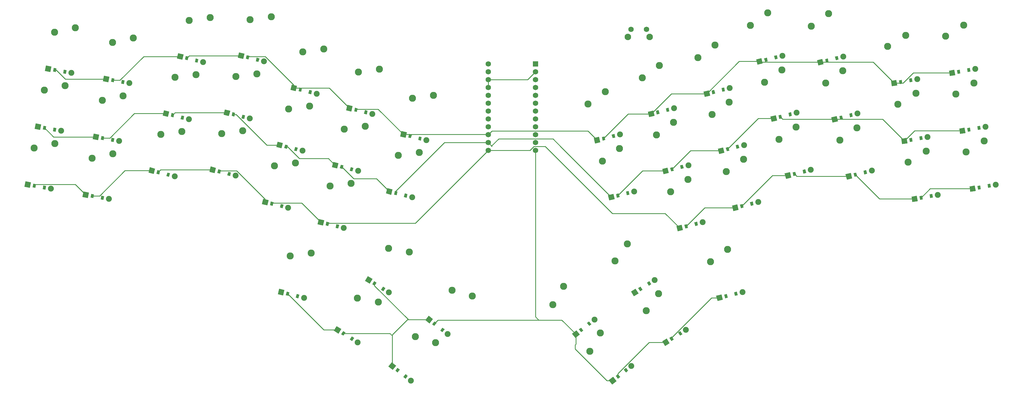
<source format=gbr>
%TF.GenerationSoftware,KiCad,Pcbnew,5.1.12-1.fc35*%
%TF.CreationDate,2022-02-21T17:57:33-08:00*%
%TF.ProjectId,jackalope_unibody,6a61636b-616c-46f7-9065-5f756e69626f,v1.0.0*%
%TF.SameCoordinates,Original*%
%TF.FileFunction,Copper,L2,Bot*%
%TF.FilePolarity,Positive*%
%FSLAX46Y46*%
G04 Gerber Fmt 4.6, Leading zero omitted, Abs format (unit mm)*
G04 Created by KiCad (PCBNEW 5.1.12-1.fc35) date 2022-02-21 17:57:33*
%MOMM*%
%LPD*%
G01*
G04 APERTURE LIST*
%TA.AperFunction,ComponentPad*%
%ADD10C,2.100000*%
%TD*%
%TA.AperFunction,ComponentPad*%
%ADD11C,1.750000*%
%TD*%
%TA.AperFunction,ComponentPad*%
%ADD12C,2.286000*%
%TD*%
%TA.AperFunction,SMDPad,CuDef*%
%ADD13C,0.100000*%
%TD*%
%TA.AperFunction,ComponentPad*%
%ADD14C,1.905000*%
%TD*%
%TA.AperFunction,ComponentPad*%
%ADD15C,0.100000*%
%TD*%
%TA.AperFunction,ComponentPad*%
%ADD16R,1.752600X1.752600*%
%TD*%
%TA.AperFunction,ComponentPad*%
%ADD17C,1.752600*%
%TD*%
%TA.AperFunction,Conductor*%
%ADD18C,0.250000*%
%TD*%
G04 APERTURE END LIST*
D10*
%TO.P,RESET,*%
%TO.N,*%
X188250000Y39010000D03*
D11*
%TO.P,RESET,1*%
%TO.N,GND*%
X189250000Y41500000D03*
%TO.P,RESET,2*%
%TO.N,RST*%
X194250000Y41500000D03*
D10*
%TO.P,RESET,*%
%TO.N,*%
X195260000Y39010000D03*
%TD*%
D12*
%TO.P,S1,1*%
%TO.N,outer_bottom*%
X3383544Y4561757D03*
%TO.P,S1,2*%
%TO.N,P1*%
X-3311051Y3163011D03*
%TD*%
%TA.AperFunction,SMDPad,CuDef*%
D13*
%TO.P,D1,2*%
%TO.N,outer_bottom*%
G36*
X-572077Y-10154936D02*
G01*
X-363700Y-8973167D01*
X522627Y-9129450D01*
X314250Y-10311219D01*
X-572077Y-10154936D01*
G37*
%TD.AperFunction*%
%TA.AperFunction,SMDPad,CuDef*%
%TO.P,D1,1*%
%TO.N,P9*%
G36*
X-3821943Y-9581898D02*
G01*
X-3613566Y-8400129D01*
X-2727239Y-8556412D01*
X-2935616Y-9738181D01*
X-3821943Y-9581898D01*
G37*
%TD.AperFunction*%
D14*
%TO.N,outer_bottom*%
X2102460Y-10017274D03*
%TA.AperFunction,ComponentPad*%
D15*
%TO.P,D1,2*%
%TO.N,P9*%
G36*
X-6431643Y-9415195D02*
G01*
X-6122897Y-7664207D01*
X-4371909Y-7972953D01*
X-4680655Y-9723941D01*
X-6431643Y-9415195D01*
G37*
%TD.AperFunction*%
%TD*%
D12*
%TO.P,S2,1*%
%TO.N,outer_home*%
X6682859Y23273104D03*
%TO.P,S2,2*%
%TO.N,P1*%
X-11736Y21874358D03*
%TD*%
%TA.AperFunction,SMDPad,CuDef*%
D13*
%TO.P,D2,2*%
%TO.N,outer_home*%
G36*
X2727239Y8556412D02*
G01*
X2935616Y9738181D01*
X3821943Y9581898D01*
X3613566Y8400129D01*
X2727239Y8556412D01*
G37*
%TD.AperFunction*%
%TA.AperFunction,SMDPad,CuDef*%
%TO.P,D2,1*%
%TO.N,P8*%
G36*
X-522627Y9129450D02*
G01*
X-314250Y10311219D01*
X572077Y10154936D01*
X363700Y8973167D01*
X-522627Y9129450D01*
G37*
%TD.AperFunction*%
D14*
%TO.N,outer_home*%
X5401776Y8694074D03*
%TA.AperFunction,ComponentPad*%
D15*
%TO.P,D2,2*%
%TO.N,P8*%
G36*
X-3132327Y9296153D02*
G01*
X-2823581Y11047141D01*
X-1072593Y10738395D01*
X-1381339Y8987407D01*
X-3132327Y9296153D01*
G37*
%TD.AperFunction*%
%TD*%
D12*
%TO.P,S3,1*%
%TO.N,outer_top*%
X9982175Y41984452D03*
%TO.P,S3,2*%
%TO.N,P1*%
X3287580Y40585706D03*
%TD*%
%TA.AperFunction,SMDPad,CuDef*%
D13*
%TO.P,D3,2*%
%TO.N,outer_top*%
G36*
X6026554Y27267759D02*
G01*
X6234931Y28449528D01*
X7121258Y28293245D01*
X6912881Y27111476D01*
X6026554Y27267759D01*
G37*
%TD.AperFunction*%
%TA.AperFunction,SMDPad,CuDef*%
%TO.P,D3,1*%
%TO.N,P7*%
G36*
X2776688Y27840797D02*
G01*
X2985065Y29022566D01*
X3871392Y28866283D01*
X3663015Y27684514D01*
X2776688Y27840797D01*
G37*
%TD.AperFunction*%
D14*
%TO.N,outer_top*%
X8701091Y27405421D03*
%TA.AperFunction,ComponentPad*%
D15*
%TO.P,D3,2*%
%TO.N,P7*%
G36*
X166988Y28007500D02*
G01*
X475734Y29758488D01*
X2226722Y29449742D01*
X1917976Y27698754D01*
X166988Y28007500D01*
G37*
%TD.AperFunction*%
%TD*%
D12*
%TO.P,S4,1*%
%TO.N,pinky_bottom*%
X22094891Y1262442D03*
%TO.P,S4,2*%
%TO.N,P0*%
X15400296Y-136304D03*
%TD*%
%TA.AperFunction,SMDPad,CuDef*%
D13*
%TO.P,D4,2*%
%TO.N,pinky_bottom*%
G36*
X18139271Y-13454251D02*
G01*
X18347648Y-12272482D01*
X19233975Y-12428765D01*
X19025598Y-13610534D01*
X18139271Y-13454251D01*
G37*
%TD.AperFunction*%
%TA.AperFunction,SMDPad,CuDef*%
%TO.P,D4,1*%
%TO.N,P9*%
G36*
X14889405Y-12881213D02*
G01*
X15097782Y-11699444D01*
X15984109Y-11855727D01*
X15775732Y-13037496D01*
X14889405Y-12881213D01*
G37*
%TD.AperFunction*%
D14*
%TO.N,pinky_bottom*%
X20813808Y-13316589D03*
%TA.AperFunction,ComponentPad*%
D15*
%TO.P,D4,2*%
%TO.N,P9*%
G36*
X12279705Y-12714510D02*
G01*
X12588451Y-10963522D01*
X14339439Y-11272268D01*
X14030693Y-13023256D01*
X12279705Y-12714510D01*
G37*
%TD.AperFunction*%
%TD*%
D12*
%TO.P,S5,1*%
%TO.N,pinky_home*%
X25394207Y19973789D03*
%TO.P,S5,2*%
%TO.N,P0*%
X18699612Y18575043D03*
%TD*%
%TA.AperFunction,SMDPad,CuDef*%
D13*
%TO.P,D5,2*%
%TO.N,pinky_home*%
G36*
X21438586Y5257096D02*
G01*
X21646963Y6438865D01*
X22533290Y6282582D01*
X22324913Y5100813D01*
X21438586Y5257096D01*
G37*
%TD.AperFunction*%
%TA.AperFunction,SMDPad,CuDef*%
%TO.P,D5,1*%
%TO.N,P8*%
G36*
X18188720Y5830134D02*
G01*
X18397097Y7011903D01*
X19283424Y6855620D01*
X19075047Y5673851D01*
X18188720Y5830134D01*
G37*
%TD.AperFunction*%
D14*
%TO.N,pinky_home*%
X24113123Y5394758D03*
%TA.AperFunction,ComponentPad*%
D15*
%TO.P,D5,2*%
%TO.N,P8*%
G36*
X15579020Y5996837D02*
G01*
X15887766Y7747825D01*
X17638754Y7439079D01*
X17330008Y5688091D01*
X15579020Y5996837D01*
G37*
%TD.AperFunction*%
%TD*%
D12*
%TO.P,S6,1*%
%TO.N,pinky_top*%
X28693522Y38685136D03*
%TO.P,S6,2*%
%TO.N,P0*%
X21998927Y37286390D03*
%TD*%
%TA.AperFunction,SMDPad,CuDef*%
D13*
%TO.P,D6,2*%
%TO.N,pinky_top*%
G36*
X24737901Y23968444D02*
G01*
X24946278Y25150213D01*
X25832605Y24993930D01*
X25624228Y23812161D01*
X24737901Y23968444D01*
G37*
%TD.AperFunction*%
%TA.AperFunction,SMDPad,CuDef*%
%TO.P,D6,1*%
%TO.N,P7*%
G36*
X21488035Y24541482D02*
G01*
X21696412Y25723251D01*
X22582739Y25566968D01*
X22374362Y24385199D01*
X21488035Y24541482D01*
G37*
%TD.AperFunction*%
D14*
%TO.N,pinky_top*%
X27412438Y24106106D03*
%TA.AperFunction,ComponentPad*%
D15*
%TO.P,D6,2*%
%TO.N,P7*%
G36*
X18878335Y24708185D02*
G01*
X19187081Y26459173D01*
X20938069Y26150427D01*
X20629323Y24399439D01*
X18878335Y24708185D01*
G37*
%TD.AperFunction*%
%TD*%
D12*
%TO.P,S7,1*%
%TO.N,ring_bottom*%
X44323043Y8438670D03*
%TO.P,S7,2*%
%TO.N,P2*%
X37547184Y7510323D03*
%TD*%
%TA.AperFunction,SMDPad,CuDef*%
D13*
%TO.P,D7,2*%
%TO.N,ring_bottom*%
G36*
X39350473Y-5966244D02*
G01*
X39640779Y-4801889D01*
X40514045Y-5019618D01*
X40223739Y-6183973D01*
X39350473Y-5966244D01*
G37*
%TD.AperFunction*%
%TA.AperFunction,SMDPad,CuDef*%
%TO.P,D7,1*%
%TO.N,P9*%
G36*
X36148497Y-5167902D02*
G01*
X36438803Y-4003547D01*
X37312069Y-4221276D01*
X37021763Y-5385631D01*
X36148497Y-5167902D01*
G37*
%TD.AperFunction*%
D14*
%TO.N,ring_bottom*%
X42028098Y-6015482D03*
%TA.AperFunction,ComponentPad*%
D15*
%TO.P,D7,2*%
%TO.N,P9*%
G36*
X33556783Y-4819562D02*
G01*
X33986920Y-3094377D01*
X35712105Y-3524514D01*
X35281968Y-5249699D01*
X33556783Y-4819562D01*
G37*
%TD.AperFunction*%
%TD*%
D12*
%TO.P,S8,1*%
%TO.N,ring_home*%
X48919559Y26874289D03*
%TO.P,S8,2*%
%TO.N,P2*%
X42143700Y25945942D03*
%TD*%
%TA.AperFunction,SMDPad,CuDef*%
D13*
%TO.P,D8,2*%
%TO.N,ring_home*%
G36*
X43946989Y12469375D02*
G01*
X44237295Y13633730D01*
X45110561Y13416001D01*
X44820255Y12251646D01*
X43946989Y12469375D01*
G37*
%TD.AperFunction*%
%TA.AperFunction,SMDPad,CuDef*%
%TO.P,D8,1*%
%TO.N,P8*%
G36*
X40745013Y13267717D02*
G01*
X41035319Y14432072D01*
X41908585Y14214343D01*
X41618279Y13049988D01*
X40745013Y13267717D01*
G37*
%TD.AperFunction*%
D14*
%TO.N,ring_home*%
X46624614Y12420137D03*
%TA.AperFunction,ComponentPad*%
D15*
%TO.P,D8,2*%
%TO.N,P8*%
G36*
X38153299Y13616057D02*
G01*
X38583436Y15341242D01*
X40308621Y14911105D01*
X39878484Y13185920D01*
X38153299Y13616057D01*
G37*
%TD.AperFunction*%
%TD*%
D12*
%TO.P,S9,1*%
%TO.N,ring_top*%
X53516075Y45309908D03*
%TO.P,S9,2*%
%TO.N,P2*%
X46740216Y44381561D03*
%TD*%
%TA.AperFunction,SMDPad,CuDef*%
D13*
%TO.P,D9,2*%
%TO.N,ring_top*%
G36*
X48543505Y30904993D02*
G01*
X48833811Y32069348D01*
X49707077Y31851619D01*
X49416771Y30687264D01*
X48543505Y30904993D01*
G37*
%TD.AperFunction*%
%TA.AperFunction,SMDPad,CuDef*%
%TO.P,D9,1*%
%TO.N,P7*%
G36*
X45341529Y31703335D02*
G01*
X45631835Y32867690D01*
X46505101Y32649961D01*
X46214795Y31485606D01*
X45341529Y31703335D01*
G37*
%TD.AperFunction*%
D14*
%TO.N,ring_top*%
X51221130Y30855755D03*
%TA.AperFunction,ComponentPad*%
D15*
%TO.P,D9,2*%
%TO.N,P7*%
G36*
X42749815Y32051675D02*
G01*
X43179952Y33776860D01*
X44905137Y33346723D01*
X44475000Y31621538D01*
X42749815Y32051675D01*
G37*
%TD.AperFunction*%
%TD*%
D12*
%TO.P,S10,1*%
%TO.N,middle_bottom*%
X63968271Y8693633D03*
%TO.P,S10,2*%
%TO.N,P3*%
X57192412Y7765286D03*
%TD*%
%TA.AperFunction,SMDPad,CuDef*%
D13*
%TO.P,D10,2*%
%TO.N,middle_bottom*%
G36*
X58995701Y-5711282D02*
G01*
X59286007Y-4546927D01*
X60159273Y-4764656D01*
X59868967Y-5929011D01*
X58995701Y-5711282D01*
G37*
%TD.AperFunction*%
%TA.AperFunction,SMDPad,CuDef*%
%TO.P,D10,1*%
%TO.N,P9*%
G36*
X55793725Y-4912940D02*
G01*
X56084031Y-3748585D01*
X56957297Y-3966314D01*
X56666991Y-5130669D01*
X55793725Y-4912940D01*
G37*
%TD.AperFunction*%
D14*
%TO.N,middle_bottom*%
X61673326Y-5760520D03*
%TA.AperFunction,ComponentPad*%
D15*
%TO.P,D10,2*%
%TO.N,P9*%
G36*
X53202011Y-4564600D02*
G01*
X53632148Y-2839415D01*
X55357333Y-3269552D01*
X54927196Y-4994737D01*
X53202011Y-4564600D01*
G37*
%TD.AperFunction*%
%TD*%
D12*
%TO.P,S11,1*%
%TO.N,middle_home*%
X68564787Y27129252D03*
%TO.P,S11,2*%
%TO.N,P3*%
X61788928Y26200905D03*
%TD*%
%TA.AperFunction,SMDPad,CuDef*%
D13*
%TO.P,D11,2*%
%TO.N,middle_home*%
G36*
X63592217Y12724337D02*
G01*
X63882523Y13888692D01*
X64755789Y13670963D01*
X64465483Y12506608D01*
X63592217Y12724337D01*
G37*
%TD.AperFunction*%
%TA.AperFunction,SMDPad,CuDef*%
%TO.P,D11,1*%
%TO.N,P8*%
G36*
X60390241Y13522679D02*
G01*
X60680547Y14687034D01*
X61553813Y14469305D01*
X61263507Y13304950D01*
X60390241Y13522679D01*
G37*
%TD.AperFunction*%
D14*
%TO.N,middle_home*%
X66269842Y12675099D03*
%TA.AperFunction,ComponentPad*%
D15*
%TO.P,D11,2*%
%TO.N,P8*%
G36*
X57798527Y13871019D02*
G01*
X58228664Y15596204D01*
X59953849Y15166067D01*
X59523712Y13440882D01*
X57798527Y13871019D01*
G37*
%TD.AperFunction*%
%TD*%
D12*
%TO.P,S12,1*%
%TO.N,middle_top*%
X73161303Y45564870D03*
%TO.P,S12,2*%
%TO.N,P3*%
X66385444Y44636523D03*
%TD*%
%TA.AperFunction,SMDPad,CuDef*%
D13*
%TO.P,D12,2*%
%TO.N,middle_top*%
G36*
X68188733Y31159956D02*
G01*
X68479039Y32324311D01*
X69352305Y32106582D01*
X69061999Y30942227D01*
X68188733Y31159956D01*
G37*
%TD.AperFunction*%
%TA.AperFunction,SMDPad,CuDef*%
%TO.P,D12,1*%
%TO.N,P7*%
G36*
X64986757Y31958298D02*
G01*
X65277063Y33122653D01*
X66150329Y32904924D01*
X65860023Y31740569D01*
X64986757Y31958298D01*
G37*
%TD.AperFunction*%
D14*
%TO.N,middle_top*%
X70866358Y31110718D03*
%TA.AperFunction,ComponentPad*%
D15*
%TO.P,D12,2*%
%TO.N,P7*%
G36*
X62395043Y32306638D02*
G01*
X62825180Y34031823D01*
X64550365Y33601686D01*
X64120228Y31876501D01*
X62395043Y32306638D01*
G37*
%TD.AperFunction*%
%TD*%
D12*
%TO.P,S13,1*%
%TO.N,index_bottom*%
X80952359Y-1724658D03*
%TO.P,S13,2*%
%TO.N,P4*%
X74176500Y-2653005D03*
%TD*%
%TA.AperFunction,SMDPad,CuDef*%
D13*
%TO.P,D13,2*%
%TO.N,index_bottom*%
G36*
X75979789Y-16129572D02*
G01*
X76270095Y-14965217D01*
X77143361Y-15182946D01*
X76853055Y-16347301D01*
X75979789Y-16129572D01*
G37*
%TD.AperFunction*%
%TA.AperFunction,SMDPad,CuDef*%
%TO.P,D13,1*%
%TO.N,P9*%
G36*
X72777813Y-15331230D02*
G01*
X73068119Y-14166875D01*
X73941385Y-14384604D01*
X73651079Y-15548959D01*
X72777813Y-15331230D01*
G37*
%TD.AperFunction*%
D14*
%TO.N,index_bottom*%
X78657414Y-16178810D03*
%TA.AperFunction,ComponentPad*%
D15*
%TO.P,D13,2*%
%TO.N,P9*%
G36*
X70186099Y-14982890D02*
G01*
X70616236Y-13257705D01*
X72341421Y-13687842D01*
X71911284Y-15413027D01*
X70186099Y-14982890D01*
G37*
%TD.AperFunction*%
%TD*%
D12*
%TO.P,S14,1*%
%TO.N,index_home*%
X85548875Y16710961D03*
%TO.P,S14,2*%
%TO.N,P4*%
X78773016Y15782614D03*
%TD*%
%TA.AperFunction,SMDPad,CuDef*%
D13*
%TO.P,D14,2*%
%TO.N,index_home*%
G36*
X80576305Y2306047D02*
G01*
X80866611Y3470402D01*
X81739877Y3252673D01*
X81449571Y2088318D01*
X80576305Y2306047D01*
G37*
%TD.AperFunction*%
%TA.AperFunction,SMDPad,CuDef*%
%TO.P,D14,1*%
%TO.N,P8*%
G36*
X77374329Y3104389D02*
G01*
X77664635Y4268744D01*
X78537901Y4051015D01*
X78247595Y2886660D01*
X77374329Y3104389D01*
G37*
%TD.AperFunction*%
D14*
%TO.N,index_home*%
X83253930Y2256809D03*
%TA.AperFunction,ComponentPad*%
D15*
%TO.P,D14,2*%
%TO.N,P8*%
G36*
X74782615Y3452729D02*
G01*
X75212752Y5177914D01*
X76937937Y4747777D01*
X76507800Y3022592D01*
X74782615Y3452729D01*
G37*
%TD.AperFunction*%
%TD*%
D12*
%TO.P,S15,1*%
%TO.N,index_top*%
X90145391Y35146580D03*
%TO.P,S15,2*%
%TO.N,P4*%
X83369532Y34218233D03*
%TD*%
%TA.AperFunction,SMDPad,CuDef*%
D13*
%TO.P,D15,2*%
%TO.N,index_top*%
G36*
X85172821Y20741666D02*
G01*
X85463127Y21906021D01*
X86336393Y21688292D01*
X86046087Y20523937D01*
X85172821Y20741666D01*
G37*
%TD.AperFunction*%
%TA.AperFunction,SMDPad,CuDef*%
%TO.P,D15,1*%
%TO.N,P7*%
G36*
X81970845Y21540008D02*
G01*
X82261151Y22704363D01*
X83134417Y22486634D01*
X82844111Y21322279D01*
X81970845Y21540008D01*
G37*
%TD.AperFunction*%
D14*
%TO.N,index_top*%
X87850446Y20692428D03*
%TA.AperFunction,ComponentPad*%
D15*
%TO.P,D15,2*%
%TO.N,P7*%
G36*
X79379131Y21888348D02*
G01*
X79809268Y23613533D01*
X81534453Y23183396D01*
X81104316Y21458211D01*
X79379131Y21888348D01*
G37*
%TD.AperFunction*%
%TD*%
D12*
%TO.P,S16,1*%
%TO.N,inner_bottom*%
X98904134Y-8261765D03*
%TO.P,S16,2*%
%TO.N,P5*%
X92128275Y-9190112D03*
%TD*%
%TA.AperFunction,SMDPad,CuDef*%
D13*
%TO.P,D16,2*%
%TO.N,inner_bottom*%
G36*
X93931564Y-22666680D02*
G01*
X94221870Y-21502325D01*
X95095136Y-21720054D01*
X94804830Y-22884409D01*
X93931564Y-22666680D01*
G37*
%TD.AperFunction*%
%TA.AperFunction,SMDPad,CuDef*%
%TO.P,D16,1*%
%TO.N,P9*%
G36*
X90729588Y-21868338D02*
G01*
X91019894Y-20703983D01*
X91893160Y-20921712D01*
X91602854Y-22086067D01*
X90729588Y-21868338D01*
G37*
%TD.AperFunction*%
D14*
%TO.N,inner_bottom*%
X96609189Y-22715918D03*
%TA.AperFunction,ComponentPad*%
D15*
%TO.P,D16,2*%
%TO.N,P9*%
G36*
X88137874Y-21519998D02*
G01*
X88568011Y-19794813D01*
X90293196Y-20224950D01*
X89863059Y-21950135D01*
X88137874Y-21519998D01*
G37*
%TD.AperFunction*%
%TD*%
D12*
%TO.P,S17,1*%
%TO.N,inner_home*%
X103500650Y10173854D03*
%TO.P,S17,2*%
%TO.N,P5*%
X96724791Y9245507D03*
%TD*%
%TA.AperFunction,SMDPad,CuDef*%
D13*
%TO.P,D17,2*%
%TO.N,inner_home*%
G36*
X98528080Y-4231061D02*
G01*
X98818386Y-3066706D01*
X99691652Y-3284435D01*
X99401346Y-4448790D01*
X98528080Y-4231061D01*
G37*
%TD.AperFunction*%
%TA.AperFunction,SMDPad,CuDef*%
%TO.P,D17,1*%
%TO.N,P8*%
G36*
X95326104Y-3432719D02*
G01*
X95616410Y-2268364D01*
X96489676Y-2486093D01*
X96199370Y-3650448D01*
X95326104Y-3432719D01*
G37*
%TD.AperFunction*%
D14*
%TO.N,inner_home*%
X101205705Y-4280299D03*
%TA.AperFunction,ComponentPad*%
D15*
%TO.P,D17,2*%
%TO.N,P8*%
G36*
X92734390Y-3084379D02*
G01*
X93164527Y-1359194D01*
X94889712Y-1789331D01*
X94459575Y-3514516D01*
X92734390Y-3084379D01*
G37*
%TD.AperFunction*%
%TD*%
D12*
%TO.P,S18,1*%
%TO.N,inner_top*%
X108097166Y28609473D03*
%TO.P,S18,2*%
%TO.N,P5*%
X101321307Y27681126D03*
%TD*%
%TA.AperFunction,SMDPad,CuDef*%
D13*
%TO.P,D18,2*%
%TO.N,inner_top*%
G36*
X103124596Y14204558D02*
G01*
X103414902Y15368913D01*
X104288168Y15151184D01*
X103997862Y13986829D01*
X103124596Y14204558D01*
G37*
%TD.AperFunction*%
%TA.AperFunction,SMDPad,CuDef*%
%TO.P,D18,1*%
%TO.N,P7*%
G36*
X99922620Y15002900D02*
G01*
X100212926Y16167255D01*
X101086192Y15949526D01*
X100795886Y14785171D01*
X99922620Y15002900D01*
G37*
%TD.AperFunction*%
D14*
%TO.N,inner_top*%
X105802221Y14155320D03*
%TA.AperFunction,ComponentPad*%
D15*
%TO.P,D18,2*%
%TO.N,P7*%
G36*
X97330906Y15351240D02*
G01*
X97761043Y17076425D01*
X99486228Y16646288D01*
X99056091Y14921103D01*
X97330906Y15351240D01*
G37*
%TD.AperFunction*%
%TD*%
D12*
%TO.P,S19,1*%
%TO.N,macro_home*%
X120968581Y1696155D03*
%TO.P,S19,2*%
%TO.N,P6*%
X114192722Y767808D03*
%TD*%
%TA.AperFunction,SMDPad,CuDef*%
D13*
%TO.P,D19,2*%
%TO.N,macro_home*%
G36*
X115996011Y-12708760D02*
G01*
X116286317Y-11544405D01*
X117159583Y-11762134D01*
X116869277Y-12926489D01*
X115996011Y-12708760D01*
G37*
%TD.AperFunction*%
%TA.AperFunction,SMDPad,CuDef*%
%TO.P,D19,1*%
%TO.N,P8*%
G36*
X112794035Y-11910418D02*
G01*
X113084341Y-10746063D01*
X113957607Y-10963792D01*
X113667301Y-12128147D01*
X112794035Y-11910418D01*
G37*
%TD.AperFunction*%
D14*
%TO.N,macro_home*%
X118673636Y-12757998D03*
%TA.AperFunction,ComponentPad*%
D15*
%TO.P,D19,2*%
%TO.N,P8*%
G36*
X110202321Y-11562078D02*
G01*
X110632458Y-9836893D01*
X112357643Y-10267030D01*
X111927506Y-11992215D01*
X110202321Y-11562078D01*
G37*
%TD.AperFunction*%
%TD*%
D12*
%TO.P,S20,1*%
%TO.N,macro_top*%
X125565097Y20131774D03*
%TO.P,S20,2*%
%TO.N,P6*%
X118789238Y19203427D03*
%TD*%
%TA.AperFunction,SMDPad,CuDef*%
D13*
%TO.P,D20,2*%
%TO.N,macro_top*%
G36*
X120592527Y5726859D02*
G01*
X120882833Y6891214D01*
X121756099Y6673485D01*
X121465793Y5509130D01*
X120592527Y5726859D01*
G37*
%TD.AperFunction*%
%TA.AperFunction,SMDPad,CuDef*%
%TO.P,D20,1*%
%TO.N,P7*%
G36*
X117390551Y6525201D02*
G01*
X117680857Y7689556D01*
X118554123Y7471827D01*
X118263817Y6307472D01*
X117390551Y6525201D01*
G37*
%TD.AperFunction*%
D14*
%TO.N,macro_top*%
X123270152Y5677621D03*
%TA.AperFunction,ComponentPad*%
D15*
%TO.P,D20,2*%
%TO.N,P7*%
G36*
X114798837Y6873541D02*
G01*
X115228974Y8598726D01*
X116954159Y8168589D01*
X116524022Y6443404D01*
X114798837Y6873541D01*
G37*
%TD.AperFunction*%
%TD*%
D12*
%TO.P,S21,1*%
%TO.N,inner_upper*%
X86064016Y-30825705D03*
%TO.P,S21,2*%
%TO.N,P2*%
X79288157Y-31754052D03*
%TD*%
%TA.AperFunction,SMDPad,CuDef*%
D13*
%TO.P,D21,2*%
%TO.N,inner_upper*%
G36*
X81091446Y-45230619D02*
G01*
X81381752Y-44066264D01*
X82255018Y-44283993D01*
X81964712Y-45448348D01*
X81091446Y-45230619D01*
G37*
%TD.AperFunction*%
%TA.AperFunction,SMDPad,CuDef*%
%TO.P,D21,1*%
%TO.N,P10*%
G36*
X77889470Y-44432277D02*
G01*
X78179776Y-43267922D01*
X79053042Y-43485651D01*
X78762736Y-44650006D01*
X77889470Y-44432277D01*
G37*
%TD.AperFunction*%
D14*
%TO.N,inner_upper*%
X83769071Y-45279857D03*
%TA.AperFunction,ComponentPad*%
D15*
%TO.P,D21,2*%
%TO.N,P10*%
G36*
X75297756Y-44083937D02*
G01*
X75727893Y-42358752D01*
X77453078Y-42788889D01*
X77022941Y-44514074D01*
X75297756Y-44083937D01*
G37*
%TD.AperFunction*%
%TD*%
D12*
%TO.P,S22,1*%
%TO.N,home_upper*%
X117774981Y-30521791D03*
%TO.P,S22,2*%
%TO.N,P3*%
X111043881Y-29310845D03*
%TD*%
%TA.AperFunction,SMDPad,CuDef*%
D13*
%TO.P,D22,2*%
%TO.N,home_upper*%
G36*
X108594422Y-42685069D02*
G01*
X109230325Y-41667411D01*
X109993568Y-42144339D01*
X109357665Y-43161997D01*
X108594422Y-42685069D01*
G37*
%TD.AperFunction*%
%TA.AperFunction,SMDPad,CuDef*%
%TO.P,D22,1*%
%TO.N,P10*%
G36*
X105795864Y-40936335D02*
G01*
X106431767Y-39918677D01*
X107195010Y-40395605D01*
X106559107Y-41413263D01*
X105795864Y-40936335D01*
G37*
%TD.AperFunction*%
D14*
%TO.N,home_upper*%
X111125779Y-43559329D03*
%TA.AperFunction,ComponentPad*%
D15*
%TO.P,D22,2*%
%TO.N,P10*%
G36*
X103438640Y-39804162D02*
G01*
X104380836Y-38296332D01*
X105888666Y-39238528D01*
X104946470Y-40746358D01*
X103438640Y-39804162D01*
G37*
%TD.AperFunction*%
%TD*%
D12*
%TO.P,S23,1*%
%TO.N,outer_upper*%
X138093304Y-44743156D03*
%TO.P,S23,2*%
%TO.N,P5*%
X131525655Y-42835252D03*
%TD*%
%TA.AperFunction,SMDPad,CuDef*%
D13*
%TO.P,D23,2*%
%TO.N,outer_upper*%
G36*
X127691628Y-55880172D02*
G01*
X128430422Y-54934559D01*
X129139632Y-55488654D01*
X128400838Y-56434267D01*
X127691628Y-55880172D01*
G37*
%TD.AperFunction*%
%TA.AperFunction,SMDPad,CuDef*%
%TO.P,D23,1*%
%TO.N,P10*%
G36*
X125091192Y-53848490D02*
G01*
X125829986Y-52902877D01*
X126539196Y-53456972D01*
X125800402Y-54402585D01*
X125091192Y-53848490D01*
G37*
%TD.AperFunction*%
D14*
%TO.N,outer_upper*%
X130117733Y-57014242D03*
%TA.AperFunction,ComponentPad*%
D15*
%TO.P,D23,2*%
%TO.N,P10*%
G36*
X122865226Y-52476121D02*
G01*
X123959872Y-51075037D01*
X125360956Y-52169683D01*
X124266310Y-53570767D01*
X122865226Y-52476121D01*
G37*
%TD.AperFunction*%
%TD*%
D12*
%TO.P,S24,1*%
%TO.N,home_lower*%
X107706515Y-46634705D03*
%TO.P,S24,2*%
%TO.N,P4*%
X100975415Y-45423759D03*
%TD*%
%TA.AperFunction,SMDPad,CuDef*%
D13*
%TO.P,D24,2*%
%TO.N,home_lower*%
G36*
X98525956Y-58797983D02*
G01*
X99161859Y-57780325D01*
X99925102Y-58257253D01*
X99289199Y-59274911D01*
X98525956Y-58797983D01*
G37*
%TD.AperFunction*%
%TA.AperFunction,SMDPad,CuDef*%
%TO.P,D24,1*%
%TO.N,P10*%
G36*
X95727398Y-57049249D02*
G01*
X96363301Y-56031591D01*
X97126544Y-56508519D01*
X96490641Y-57526177D01*
X95727398Y-57049249D01*
G37*
%TD.AperFunction*%
D14*
%TO.N,home_lower*%
X101057313Y-59672243D03*
%TA.AperFunction,ComponentPad*%
D15*
%TO.P,D24,2*%
%TO.N,P10*%
G36*
X93370174Y-55917076D02*
G01*
X94312370Y-54409246D01*
X95820200Y-55351442D01*
X94878004Y-56859272D01*
X93370174Y-55917076D01*
G37*
%TD.AperFunction*%
%TD*%
D12*
%TO.P,S25,1*%
%TO.N,outer_lower*%
X126211938Y-59773151D03*
%TO.P,S25,2*%
%TO.N,P6*%
X119644289Y-57865247D03*
%TD*%
%TA.AperFunction,SMDPad,CuDef*%
D13*
%TO.P,D25,2*%
%TO.N,outer_lower*%
G36*
X115810262Y-70910168D02*
G01*
X116549056Y-69964555D01*
X117258266Y-70518650D01*
X116519472Y-71464263D01*
X115810262Y-70910168D01*
G37*
%TD.AperFunction*%
%TA.AperFunction,SMDPad,CuDef*%
%TO.P,D25,1*%
%TO.N,P10*%
G36*
X113209826Y-68878486D02*
G01*
X113948620Y-67932873D01*
X114657830Y-68486968D01*
X113919036Y-69432581D01*
X113209826Y-68878486D01*
G37*
%TD.AperFunction*%
D14*
%TO.N,outer_lower*%
X118236367Y-72044238D03*
%TA.AperFunction,ComponentPad*%
D15*
%TO.P,D25,2*%
%TO.N,P10*%
G36*
X110983860Y-67506117D02*
G01*
X112078506Y-66105033D01*
X113479590Y-67199679D01*
X112384944Y-68600763D01*
X110983860Y-67506117D01*
G37*
%TD.AperFunction*%
%TD*%
D12*
%TO.P,S26,1*%
%TO.N,mirror_outer_bottom*%
X303217910Y5443890D03*
%TO.P,S26,2*%
%TO.N,P21*%
X297405447Y1839812D03*
%TD*%
%TA.AperFunction,SMDPad,CuDef*%
D13*
%TO.P,D26,2*%
%TO.N,mirror_outer_bottom*%
G36*
X304534247Y-9738181D02*
G01*
X304325870Y-8556412D01*
X305212197Y-8400129D01*
X305420574Y-9581898D01*
X304534247Y-9738181D01*
G37*
%TD.AperFunction*%
%TA.AperFunction,SMDPad,CuDef*%
%TO.P,D26,1*%
%TO.N,P9*%
G36*
X301284381Y-10311219D02*
G01*
X301076004Y-9129450D01*
X301962331Y-8973167D01*
X302170708Y-10154936D01*
X301284381Y-10311219D01*
G37*
%TD.AperFunction*%
D14*
%TO.N,mirror_outer_bottom*%
X307000407Y-8694074D03*
%TA.AperFunction,ComponentPad*%
D15*
%TO.P,D26,2*%
%TO.N,P9*%
G36*
X298775050Y-11047141D02*
G01*
X298466304Y-9296153D01*
X300217292Y-8987407D01*
X300526038Y-10738395D01*
X298775050Y-11047141D01*
G37*
%TD.AperFunction*%
%TD*%
D12*
%TO.P,S27,1*%
%TO.N,mirror_outer_home*%
X299918594Y24155237D03*
%TO.P,S27,2*%
%TO.N,P21*%
X294106131Y20551159D03*
%TD*%
%TA.AperFunction,SMDPad,CuDef*%
D13*
%TO.P,D27,2*%
%TO.N,mirror_outer_home*%
G36*
X301234931Y8973167D02*
G01*
X301026554Y10154936D01*
X301912881Y10311219D01*
X302121258Y9129450D01*
X301234931Y8973167D01*
G37*
%TD.AperFunction*%
%TA.AperFunction,SMDPad,CuDef*%
%TO.P,D27,1*%
%TO.N,P8*%
G36*
X297985065Y8400129D02*
G01*
X297776688Y9581898D01*
X298663015Y9738181D01*
X298871392Y8556412D01*
X297985065Y8400129D01*
G37*
%TD.AperFunction*%
D14*
%TO.N,mirror_outer_home*%
X303701091Y10017274D03*
%TA.AperFunction,ComponentPad*%
D15*
%TO.P,D27,2*%
%TO.N,P8*%
G36*
X295475734Y7664207D02*
G01*
X295166988Y9415195D01*
X296917976Y9723941D01*
X297226722Y7972953D01*
X295475734Y7664207D01*
G37*
%TD.AperFunction*%
%TD*%
D12*
%TO.P,S28,1*%
%TO.N,mirror_outer_top*%
X296619279Y42866585D03*
%TO.P,S28,2*%
%TO.N,P21*%
X290806816Y39262507D03*
%TD*%
%TA.AperFunction,SMDPad,CuDef*%
D13*
%TO.P,D28,2*%
%TO.N,mirror_outer_top*%
G36*
X297935616Y27684514D02*
G01*
X297727239Y28866283D01*
X298613566Y29022566D01*
X298821943Y27840797D01*
X297935616Y27684514D01*
G37*
%TD.AperFunction*%
%TA.AperFunction,SMDPad,CuDef*%
%TO.P,D28,1*%
%TO.N,P7*%
G36*
X294685750Y27111476D02*
G01*
X294477373Y28293245D01*
X295363700Y28449528D01*
X295572077Y27267759D01*
X294685750Y27111476D01*
G37*
%TD.AperFunction*%
D14*
%TO.N,mirror_outer_top*%
X300401776Y28728621D03*
%TA.AperFunction,ComponentPad*%
D15*
%TO.P,D28,2*%
%TO.N,P7*%
G36*
X292176419Y26375554D02*
G01*
X291867673Y28126542D01*
X293618661Y28435288D01*
X293927407Y26684300D01*
X292176419Y26375554D01*
G37*
%TD.AperFunction*%
%TD*%
D12*
%TO.P,S29,1*%
%TO.N,mirror_pinky_bottom*%
X284506563Y2144575D03*
%TO.P,S29,2*%
%TO.N,P20*%
X278694100Y-1459503D03*
%TD*%
%TA.AperFunction,SMDPad,CuDef*%
D13*
%TO.P,D29,2*%
%TO.N,mirror_pinky_bottom*%
G36*
X285822899Y-13037496D02*
G01*
X285614522Y-11855727D01*
X286500849Y-11699444D01*
X286709226Y-12881213D01*
X285822899Y-13037496D01*
G37*
%TD.AperFunction*%
%TA.AperFunction,SMDPad,CuDef*%
%TO.P,D29,1*%
%TO.N,P9*%
G36*
X282573033Y-13610534D02*
G01*
X282364656Y-12428765D01*
X283250983Y-12272482D01*
X283459360Y-13454251D01*
X282573033Y-13610534D01*
G37*
%TD.AperFunction*%
D14*
%TO.N,mirror_pinky_bottom*%
X288289059Y-11993389D03*
%TA.AperFunction,ComponentPad*%
D15*
%TO.P,D29,2*%
%TO.N,P9*%
G36*
X280063702Y-14346456D02*
G01*
X279754956Y-12595468D01*
X281505944Y-12286722D01*
X281814690Y-14037710D01*
X280063702Y-14346456D01*
G37*
%TD.AperFunction*%
%TD*%
D12*
%TO.P,S30,1*%
%TO.N,mirror_pinky_home*%
X281207247Y20855922D03*
%TO.P,S30,2*%
%TO.N,P20*%
X275394784Y17251844D03*
%TD*%
%TA.AperFunction,SMDPad,CuDef*%
D13*
%TO.P,D30,2*%
%TO.N,mirror_pinky_home*%
G36*
X282523584Y5673851D02*
G01*
X282315207Y6855620D01*
X283201534Y7011903D01*
X283409911Y5830134D01*
X282523584Y5673851D01*
G37*
%TD.AperFunction*%
%TA.AperFunction,SMDPad,CuDef*%
%TO.P,D30,1*%
%TO.N,P8*%
G36*
X279273718Y5100813D02*
G01*
X279065341Y6282582D01*
X279951668Y6438865D01*
X280160045Y5257096D01*
X279273718Y5100813D01*
G37*
%TD.AperFunction*%
D14*
%TO.N,mirror_pinky_home*%
X284989744Y6717958D03*
%TA.AperFunction,ComponentPad*%
D15*
%TO.P,D30,2*%
%TO.N,P8*%
G36*
X276764387Y4364891D02*
G01*
X276455641Y6115879D01*
X278206629Y6424625D01*
X278515375Y4673637D01*
X276764387Y4364891D01*
G37*
%TD.AperFunction*%
%TD*%
D12*
%TO.P,S31,1*%
%TO.N,mirror_pinky_top*%
X277907932Y39567269D03*
%TO.P,S31,2*%
%TO.N,P20*%
X272095469Y35963191D03*
%TD*%
%TA.AperFunction,SMDPad,CuDef*%
D13*
%TO.P,D31,2*%
%TO.N,mirror_pinky_top*%
G36*
X279224269Y24385199D02*
G01*
X279015892Y25566968D01*
X279902219Y25723251D01*
X280110596Y24541482D01*
X279224269Y24385199D01*
G37*
%TD.AperFunction*%
%TA.AperFunction,SMDPad,CuDef*%
%TO.P,D31,1*%
%TO.N,P7*%
G36*
X275974403Y23812161D02*
G01*
X275766026Y24993930D01*
X276652353Y25150213D01*
X276860730Y23968444D01*
X275974403Y23812161D01*
G37*
%TD.AperFunction*%
D14*
%TO.N,mirror_pinky_top*%
X281690429Y25429306D03*
%TA.AperFunction,ComponentPad*%
D15*
%TO.P,D31,2*%
%TO.N,P7*%
G36*
X273465072Y23076239D02*
G01*
X273156326Y24827227D01*
X274907314Y25135973D01*
X275216060Y23384985D01*
X273465072Y23076239D01*
G37*
%TD.AperFunction*%
%TD*%
D12*
%TO.P,S32,1*%
%TO.N,mirror_ring_bottom*%
X262204690Y9667633D03*
%TO.P,S32,2*%
%TO.N,P19*%
X256657794Y5666878D03*
%TD*%
%TA.AperFunction,SMDPad,CuDef*%
D13*
%TO.P,D32,2*%
%TO.N,mirror_ring_bottom*%
G36*
X264576868Y-5385631D02*
G01*
X264286562Y-4221276D01*
X265159828Y-4003547D01*
X265450134Y-5167902D01*
X264576868Y-5385631D01*
G37*
%TD.AperFunction*%
%TA.AperFunction,SMDPad,CuDef*%
%TO.P,D32,1*%
%TO.N,P9*%
G36*
X261374892Y-6183973D02*
G01*
X261084586Y-5019618D01*
X261957852Y-4801889D01*
X262248158Y-5966244D01*
X261374892Y-6183973D01*
G37*
%TD.AperFunction*%
D14*
%TO.N,mirror_ring_bottom*%
X266964187Y-4172038D03*
%TA.AperFunction,ComponentPad*%
D15*
%TO.P,D32,2*%
%TO.N,P9*%
G36*
X258923009Y-7093143D02*
G01*
X258492872Y-5367958D01*
X260218057Y-4937821D01*
X260648194Y-6663006D01*
X258923009Y-7093143D01*
G37*
%TD.AperFunction*%
%TD*%
D12*
%TO.P,S33,1*%
%TO.N,mirror_ring_home*%
X257608174Y28103252D03*
%TO.P,S33,2*%
%TO.N,P19*%
X252061278Y24102497D03*
%TD*%
%TA.AperFunction,SMDPad,CuDef*%
D13*
%TO.P,D33,2*%
%TO.N,mirror_ring_home*%
G36*
X259980352Y13049988D02*
G01*
X259690046Y14214343D01*
X260563312Y14432072D01*
X260853618Y13267717D01*
X259980352Y13049988D01*
G37*
%TD.AperFunction*%
%TA.AperFunction,SMDPad,CuDef*%
%TO.P,D33,1*%
%TO.N,P8*%
G36*
X256778376Y12251646D02*
G01*
X256488070Y13416001D01*
X257361336Y13633730D01*
X257651642Y12469375D01*
X256778376Y12251646D01*
G37*
%TD.AperFunction*%
D14*
%TO.N,mirror_ring_home*%
X262367671Y14263581D03*
%TA.AperFunction,ComponentPad*%
D15*
%TO.P,D33,2*%
%TO.N,P8*%
G36*
X254326493Y11342476D02*
G01*
X253896356Y13067661D01*
X255621541Y13497798D01*
X256051678Y11772613D01*
X254326493Y11342476D01*
G37*
%TD.AperFunction*%
%TD*%
D12*
%TO.P,S34,1*%
%TO.N,mirror_ring_top*%
X253011658Y46538871D03*
%TO.P,S34,2*%
%TO.N,P19*%
X247464762Y42538116D03*
%TD*%
%TA.AperFunction,SMDPad,CuDef*%
D13*
%TO.P,D34,2*%
%TO.N,mirror_ring_top*%
G36*
X255383836Y31485606D02*
G01*
X255093530Y32649961D01*
X255966796Y32867690D01*
X256257102Y31703335D01*
X255383836Y31485606D01*
G37*
%TD.AperFunction*%
%TA.AperFunction,SMDPad,CuDef*%
%TO.P,D34,1*%
%TO.N,P7*%
G36*
X252181860Y30687264D02*
G01*
X251891554Y31851619D01*
X252764820Y32069348D01*
X253055126Y30904993D01*
X252181860Y30687264D01*
G37*
%TD.AperFunction*%
D14*
%TO.N,mirror_ring_top*%
X257771155Y32699199D03*
%TA.AperFunction,ComponentPad*%
D15*
%TO.P,D34,2*%
%TO.N,P7*%
G36*
X249729977Y29778094D02*
G01*
X249299840Y31503279D01*
X251025025Y31933416D01*
X251455162Y30208231D01*
X249729977Y29778094D01*
G37*
%TD.AperFunction*%
%TD*%
D12*
%TO.P,S35,1*%
%TO.N,mirror_middle_bottom*%
X242559461Y9922596D03*
%TO.P,S35,2*%
%TO.N,P18*%
X237012565Y5921841D03*
%TD*%
%TA.AperFunction,SMDPad,CuDef*%
D13*
%TO.P,D35,2*%
%TO.N,mirror_middle_bottom*%
G36*
X244931639Y-5130669D02*
G01*
X244641333Y-3966314D01*
X245514599Y-3748585D01*
X245804905Y-4912940D01*
X244931639Y-5130669D01*
G37*
%TD.AperFunction*%
%TA.AperFunction,SMDPad,CuDef*%
%TO.P,D35,1*%
%TO.N,P9*%
G36*
X241729663Y-5929011D02*
G01*
X241439357Y-4764656D01*
X242312623Y-4546927D01*
X242602929Y-5711282D01*
X241729663Y-5929011D01*
G37*
%TD.AperFunction*%
D14*
%TO.N,mirror_middle_bottom*%
X247318958Y-3917076D03*
%TA.AperFunction,ComponentPad*%
D15*
%TO.P,D35,2*%
%TO.N,P9*%
G36*
X239277780Y-6838181D02*
G01*
X238847643Y-5112996D01*
X240572828Y-4682859D01*
X241002965Y-6408044D01*
X239277780Y-6838181D01*
G37*
%TD.AperFunction*%
%TD*%
D12*
%TO.P,S36,1*%
%TO.N,mirror_middle_home*%
X237962945Y28358215D03*
%TO.P,S36,2*%
%TO.N,P18*%
X232416049Y24357460D03*
%TD*%
%TA.AperFunction,SMDPad,CuDef*%
D13*
%TO.P,D36,2*%
%TO.N,mirror_middle_home*%
G36*
X240335123Y13304950D02*
G01*
X240044817Y14469305D01*
X240918083Y14687034D01*
X241208389Y13522679D01*
X240335123Y13304950D01*
G37*
%TD.AperFunction*%
%TA.AperFunction,SMDPad,CuDef*%
%TO.P,D36,1*%
%TO.N,P8*%
G36*
X237133147Y12506608D02*
G01*
X236842841Y13670963D01*
X237716107Y13888692D01*
X238006413Y12724337D01*
X237133147Y12506608D01*
G37*
%TD.AperFunction*%
D14*
%TO.N,mirror_middle_home*%
X242722442Y14518543D03*
%TA.AperFunction,ComponentPad*%
D15*
%TO.P,D36,2*%
%TO.N,P8*%
G36*
X234681264Y11597438D02*
G01*
X234251127Y13322623D01*
X235976312Y13752760D01*
X236406449Y12027575D01*
X234681264Y11597438D01*
G37*
%TD.AperFunction*%
%TD*%
D12*
%TO.P,S37,1*%
%TO.N,mirror_middle_top*%
X233366429Y46793833D03*
%TO.P,S37,2*%
%TO.N,P18*%
X227819533Y42793078D03*
%TD*%
%TA.AperFunction,SMDPad,CuDef*%
D13*
%TO.P,D37,2*%
%TO.N,mirror_middle_top*%
G36*
X235738607Y31740569D02*
G01*
X235448301Y32904924D01*
X236321567Y33122653D01*
X236611873Y31958298D01*
X235738607Y31740569D01*
G37*
%TD.AperFunction*%
%TA.AperFunction,SMDPad,CuDef*%
%TO.P,D37,1*%
%TO.N,P7*%
G36*
X232536631Y30942227D02*
G01*
X232246325Y32106582D01*
X233119591Y32324311D01*
X233409897Y31159956D01*
X232536631Y30942227D01*
G37*
%TD.AperFunction*%
D14*
%TO.N,mirror_middle_top*%
X238125926Y32954162D03*
%TA.AperFunction,ComponentPad*%
D15*
%TO.P,D37,2*%
%TO.N,P7*%
G36*
X230084748Y30033057D02*
G01*
X229654611Y31758242D01*
X231379796Y32188379D01*
X231809933Y30463194D01*
X230084748Y30033057D01*
G37*
%TD.AperFunction*%
%TD*%
D12*
%TO.P,S38,1*%
%TO.N,mirror_index_bottom*%
X225575374Y-495695D03*
%TO.P,S38,2*%
%TO.N,P15*%
X220028478Y-4496450D03*
%TD*%
%TA.AperFunction,SMDPad,CuDef*%
D13*
%TO.P,D38,2*%
%TO.N,mirror_index_bottom*%
G36*
X227947552Y-15548959D02*
G01*
X227657246Y-14384604D01*
X228530512Y-14166875D01*
X228820818Y-15331230D01*
X227947552Y-15548959D01*
G37*
%TD.AperFunction*%
%TA.AperFunction,SMDPad,CuDef*%
%TO.P,D38,1*%
%TO.N,P9*%
G36*
X224745576Y-16347301D02*
G01*
X224455270Y-15182946D01*
X225328536Y-14965217D01*
X225618842Y-16129572D01*
X224745576Y-16347301D01*
G37*
%TD.AperFunction*%
D14*
%TO.N,mirror_index_bottom*%
X230334871Y-14335366D03*
%TA.AperFunction,ComponentPad*%
D15*
%TO.P,D38,2*%
%TO.N,P9*%
G36*
X222293693Y-17256471D02*
G01*
X221863556Y-15531286D01*
X223588741Y-15101149D01*
X224018878Y-16826334D01*
X222293693Y-17256471D01*
G37*
%TD.AperFunction*%
%TD*%
D12*
%TO.P,S39,1*%
%TO.N,mirror_index_home*%
X220978858Y17939924D03*
%TO.P,S39,2*%
%TO.N,P15*%
X215431962Y13939169D03*
%TD*%
%TA.AperFunction,SMDPad,CuDef*%
D13*
%TO.P,D39,2*%
%TO.N,mirror_index_home*%
G36*
X223351036Y2886660D02*
G01*
X223060730Y4051015D01*
X223933996Y4268744D01*
X224224302Y3104389D01*
X223351036Y2886660D01*
G37*
%TD.AperFunction*%
%TA.AperFunction,SMDPad,CuDef*%
%TO.P,D39,1*%
%TO.N,P8*%
G36*
X220149060Y2088318D02*
G01*
X219858754Y3252673D01*
X220732020Y3470402D01*
X221022326Y2306047D01*
X220149060Y2088318D01*
G37*
%TD.AperFunction*%
D14*
%TO.N,mirror_index_home*%
X225738355Y4100253D03*
%TA.AperFunction,ComponentPad*%
D15*
%TO.P,D39,2*%
%TO.N,P8*%
G36*
X217697177Y1179148D02*
G01*
X217267040Y2904333D01*
X218992225Y3334470D01*
X219422362Y1609285D01*
X217697177Y1179148D01*
G37*
%TD.AperFunction*%
%TD*%
D12*
%TO.P,S40,1*%
%TO.N,mirror_index_top*%
X216382342Y36375543D03*
%TO.P,S40,2*%
%TO.N,P15*%
X210835446Y32374788D03*
%TD*%
%TA.AperFunction,SMDPad,CuDef*%
D13*
%TO.P,D40,2*%
%TO.N,mirror_index_top*%
G36*
X218754520Y21322279D02*
G01*
X218464214Y22486634D01*
X219337480Y22704363D01*
X219627786Y21540008D01*
X218754520Y21322279D01*
G37*
%TD.AperFunction*%
%TA.AperFunction,SMDPad,CuDef*%
%TO.P,D40,1*%
%TO.N,P7*%
G36*
X215552544Y20523937D02*
G01*
X215262238Y21688292D01*
X216135504Y21906021D01*
X216425810Y20741666D01*
X215552544Y20523937D01*
G37*
%TD.AperFunction*%
D14*
%TO.N,mirror_index_top*%
X221141839Y22535872D03*
%TA.AperFunction,ComponentPad*%
D15*
%TO.P,D40,2*%
%TO.N,P7*%
G36*
X213100661Y19614767D02*
G01*
X212670524Y21339952D01*
X214395709Y21770089D01*
X214825846Y20044904D01*
X213100661Y19614767D01*
G37*
%TD.AperFunction*%
%TD*%
D12*
%TO.P,S41,1*%
%TO.N,mirror_inner_bottom*%
X207623599Y-7032802D03*
%TO.P,S41,2*%
%TO.N,P14*%
X202076703Y-11033557D03*
%TD*%
%TA.AperFunction,SMDPad,CuDef*%
D13*
%TO.P,D41,2*%
%TO.N,mirror_inner_bottom*%
G36*
X209995777Y-22086067D02*
G01*
X209705471Y-20921712D01*
X210578737Y-20703983D01*
X210869043Y-21868338D01*
X209995777Y-22086067D01*
G37*
%TD.AperFunction*%
%TA.AperFunction,SMDPad,CuDef*%
%TO.P,D41,1*%
%TO.N,P9*%
G36*
X206793801Y-22884409D02*
G01*
X206503495Y-21720054D01*
X207376761Y-21502325D01*
X207667067Y-22666680D01*
X206793801Y-22884409D01*
G37*
%TD.AperFunction*%
D14*
%TO.N,mirror_inner_bottom*%
X212383096Y-20872474D03*
%TA.AperFunction,ComponentPad*%
D15*
%TO.P,D41,2*%
%TO.N,P9*%
G36*
X204341918Y-23793579D02*
G01*
X203911781Y-22068394D01*
X205636966Y-21638257D01*
X206067103Y-23363442D01*
X204341918Y-23793579D01*
G37*
%TD.AperFunction*%
%TD*%
D12*
%TO.P,S42,1*%
%TO.N,mirror_inner_home*%
X203027083Y11402817D03*
%TO.P,S42,2*%
%TO.N,P14*%
X197480187Y7402062D03*
%TD*%
%TA.AperFunction,SMDPad,CuDef*%
D13*
%TO.P,D42,2*%
%TO.N,mirror_inner_home*%
G36*
X205399261Y-3650448D02*
G01*
X205108955Y-2486093D01*
X205982221Y-2268364D01*
X206272527Y-3432719D01*
X205399261Y-3650448D01*
G37*
%TD.AperFunction*%
%TA.AperFunction,SMDPad,CuDef*%
%TO.P,D42,1*%
%TO.N,P8*%
G36*
X202197285Y-4448790D02*
G01*
X201906979Y-3284435D01*
X202780245Y-3066706D01*
X203070551Y-4231061D01*
X202197285Y-4448790D01*
G37*
%TD.AperFunction*%
D14*
%TO.N,mirror_inner_home*%
X207786580Y-2436855D03*
%TA.AperFunction,ComponentPad*%
D15*
%TO.P,D42,2*%
%TO.N,P8*%
G36*
X199745402Y-5357960D02*
G01*
X199315265Y-3632775D01*
X201040450Y-3202638D01*
X201470587Y-4927823D01*
X199745402Y-5357960D01*
G37*
%TD.AperFunction*%
%TD*%
D12*
%TO.P,S43,1*%
%TO.N,mirror_inner_top*%
X198430567Y29838436D03*
%TO.P,S43,2*%
%TO.N,P14*%
X192883671Y25837681D03*
%TD*%
%TA.AperFunction,SMDPad,CuDef*%
D13*
%TO.P,D43,2*%
%TO.N,mirror_inner_top*%
G36*
X200802745Y14785171D02*
G01*
X200512439Y15949526D01*
X201385705Y16167255D01*
X201676011Y15002900D01*
X200802745Y14785171D01*
G37*
%TD.AperFunction*%
%TA.AperFunction,SMDPad,CuDef*%
%TO.P,D43,1*%
%TO.N,P7*%
G36*
X197600769Y13986829D02*
G01*
X197310463Y15151184D01*
X198183729Y15368913D01*
X198474035Y14204558D01*
X197600769Y13986829D01*
G37*
%TD.AperFunction*%
D14*
%TO.N,mirror_inner_top*%
X203190064Y15998764D03*
%TA.AperFunction,ComponentPad*%
D15*
%TO.P,D43,2*%
%TO.N,P7*%
G36*
X195148886Y13077659D02*
G01*
X194718749Y14802844D01*
X196443934Y15232981D01*
X196874071Y13507796D01*
X195148886Y13077659D01*
G37*
%TD.AperFunction*%
%TD*%
D12*
%TO.P,S44,1*%
%TO.N,mirror_macro_home*%
X185559152Y2925118D03*
%TO.P,S44,2*%
%TO.N,P16*%
X180012256Y-1075637D03*
%TD*%
%TA.AperFunction,SMDPad,CuDef*%
D13*
%TO.P,D44,2*%
%TO.N,mirror_macro_home*%
G36*
X187931330Y-12128147D02*
G01*
X187641024Y-10963792D01*
X188514290Y-10746063D01*
X188804596Y-11910418D01*
X187931330Y-12128147D01*
G37*
%TD.AperFunction*%
%TA.AperFunction,SMDPad,CuDef*%
%TO.P,D44,1*%
%TO.N,P8*%
G36*
X184729354Y-12926489D02*
G01*
X184439048Y-11762134D01*
X185312314Y-11544405D01*
X185602620Y-12708760D01*
X184729354Y-12926489D01*
G37*
%TD.AperFunction*%
D14*
%TO.N,mirror_macro_home*%
X190318649Y-10914554D03*
%TA.AperFunction,ComponentPad*%
D15*
%TO.P,D44,2*%
%TO.N,P8*%
G36*
X182277471Y-13835659D02*
G01*
X181847334Y-12110474D01*
X183572519Y-11680337D01*
X184002656Y-13405522D01*
X182277471Y-13835659D01*
G37*
%TD.AperFunction*%
%TD*%
D12*
%TO.P,S45,1*%
%TO.N,mirror_macro_top*%
X180962636Y21360737D03*
%TO.P,S45,2*%
%TO.N,P16*%
X175415740Y17359982D03*
%TD*%
%TA.AperFunction,SMDPad,CuDef*%
D13*
%TO.P,D45,2*%
%TO.N,mirror_macro_top*%
G36*
X183334814Y6307472D02*
G01*
X183044508Y7471827D01*
X183917774Y7689556D01*
X184208080Y6525201D01*
X183334814Y6307472D01*
G37*
%TD.AperFunction*%
%TA.AperFunction,SMDPad,CuDef*%
%TO.P,D45,1*%
%TO.N,P7*%
G36*
X180132838Y5509130D02*
G01*
X179842532Y6673485D01*
X180715798Y6891214D01*
X181006104Y5726859D01*
X180132838Y5509130D01*
G37*
%TD.AperFunction*%
D14*
%TO.N,mirror_macro_top*%
X185722133Y7521065D03*
%TA.AperFunction,ComponentPad*%
D15*
%TO.P,D45,2*%
%TO.N,P7*%
G36*
X177680955Y4599960D02*
G01*
X177250818Y6325145D01*
X178976003Y6755282D01*
X179406140Y5030097D01*
X177680955Y4599960D01*
G37*
%TD.AperFunction*%
%TD*%
D12*
%TO.P,S46,1*%
%TO.N,mirror_inner_upper*%
X220463717Y-29596742D03*
%TO.P,S46,2*%
%TO.N,P19*%
X214916821Y-33597497D03*
%TD*%
%TA.AperFunction,SMDPad,CuDef*%
D13*
%TO.P,D46,2*%
%TO.N,mirror_inner_upper*%
G36*
X222835895Y-44650006D02*
G01*
X222545589Y-43485651D01*
X223418855Y-43267922D01*
X223709161Y-44432277D01*
X222835895Y-44650006D01*
G37*
%TD.AperFunction*%
%TA.AperFunction,SMDPad,CuDef*%
%TO.P,D46,1*%
%TO.N,P10*%
G36*
X219633919Y-45448348D02*
G01*
X219343613Y-44283993D01*
X220216879Y-44066264D01*
X220507185Y-45230619D01*
X219633919Y-45448348D01*
G37*
%TD.AperFunction*%
D14*
%TO.N,mirror_inner_upper*%
X225223214Y-43436413D03*
%TA.AperFunction,ComponentPad*%
D15*
%TO.P,D46,2*%
%TO.N,P10*%
G36*
X217182036Y-46357518D02*
G01*
X216751899Y-44632333D01*
X218477084Y-44202196D01*
X218907221Y-45927381D01*
X217182036Y-46357518D01*
G37*
%TD.AperFunction*%
%TD*%
D12*
%TO.P,S47,1*%
%TO.N,mirror_home_upper*%
X188131734Y-27829801D03*
%TO.P,S47,2*%
%TO.N,P18*%
X184092624Y-33348830D03*
%TD*%
%TA.AperFunction,SMDPad,CuDef*%
D13*
%TO.P,D47,2*%
%TO.N,mirror_home_upper*%
G36*
X195039524Y-41413263D02*
G01*
X194403621Y-40395605D01*
X195166864Y-39918677D01*
X195802767Y-40936335D01*
X195039524Y-41413263D01*
G37*
%TD.AperFunction*%
%TA.AperFunction,SMDPad,CuDef*%
%TO.P,D47,1*%
%TO.N,P10*%
G36*
X192240966Y-43161997D02*
G01*
X191605063Y-42144339D01*
X192368306Y-41667411D01*
X193004209Y-42685069D01*
X192240966Y-43161997D01*
G37*
%TD.AperFunction*%
D14*
%TO.N,mirror_home_upper*%
X196934978Y-39521345D03*
%TA.AperFunction,ComponentPad*%
D15*
%TO.P,D47,2*%
%TO.N,P10*%
G36*
X190190035Y-44784342D02*
G01*
X189247839Y-43276512D01*
X190755669Y-42334316D01*
X191697865Y-43842146D01*
X190190035Y-44784342D01*
G37*
%TD.AperFunction*%
%TD*%
D12*
%TO.P,S48,1*%
%TO.N,mirror_outer_upper*%
X167508422Y-41615595D03*
%TO.P,S48,2*%
%TO.N,P14*%
X164068334Y-47526593D03*
%TD*%
%TA.AperFunction,SMDPad,CuDef*%
D13*
%TO.P,D48,2*%
%TO.N,mirror_outer_upper*%
G36*
X175798229Y-54402585D02*
G01*
X175059435Y-53456972D01*
X175768645Y-52902877D01*
X176507439Y-53848490D01*
X175798229Y-54402585D01*
G37*
%TD.AperFunction*%
%TA.AperFunction,SMDPad,CuDef*%
%TO.P,D48,1*%
%TO.N,P10*%
G36*
X173197793Y-56434267D02*
G01*
X172458999Y-55488654D01*
X173168209Y-54934559D01*
X173907003Y-55880172D01*
X173197793Y-56434267D01*
G37*
%TD.AperFunction*%
D14*
%TO.N,mirror_outer_upper*%
X177485540Y-52322902D03*
%TA.AperFunction,ComponentPad*%
D15*
%TO.P,D48,2*%
%TO.N,P10*%
G36*
X171327679Y-58262107D02*
G01*
X170233033Y-56861023D01*
X171634117Y-55766377D01*
X172728763Y-57167461D01*
X171327679Y-58262107D01*
G37*
%TD.AperFunction*%
%TD*%
D12*
%TO.P,S49,1*%
%TO.N,mirror_home_lower*%
X198200200Y-43942715D03*
%TO.P,S49,2*%
%TO.N,P15*%
X194161090Y-49461744D03*
%TD*%
%TA.AperFunction,SMDPad,CuDef*%
D13*
%TO.P,D49,2*%
%TO.N,mirror_home_lower*%
G36*
X205107990Y-57526177D02*
G01*
X204472087Y-56508519D01*
X205235330Y-56031591D01*
X205871233Y-57049249D01*
X205107990Y-57526177D01*
G37*
%TD.AperFunction*%
%TA.AperFunction,SMDPad,CuDef*%
%TO.P,D49,1*%
%TO.N,P10*%
G36*
X202309432Y-59274911D02*
G01*
X201673529Y-58257253D01*
X202436772Y-57780325D01*
X203072675Y-58797983D01*
X202309432Y-59274911D01*
G37*
%TD.AperFunction*%
D14*
%TO.N,mirror_home_lower*%
X207003444Y-55634259D03*
%TA.AperFunction,ComponentPad*%
D15*
%TO.P,D49,2*%
%TO.N,P10*%
G36*
X200258501Y-60897256D02*
G01*
X199316305Y-59389426D01*
X200824135Y-58447230D01*
X201766331Y-59955060D01*
X200258501Y-60897256D01*
G37*
%TD.AperFunction*%
%TD*%
D12*
%TO.P,S50,1*%
%TO.N,mirror_outer_lower*%
X179389787Y-56645590D03*
%TO.P,S50,2*%
%TO.N,P16*%
X175949699Y-62556588D03*
%TD*%
%TA.AperFunction,SMDPad,CuDef*%
D13*
%TO.P,D50,2*%
%TO.N,mirror_outer_lower*%
G36*
X187679594Y-69432581D02*
G01*
X186940800Y-68486968D01*
X187650010Y-67932873D01*
X188388804Y-68878486D01*
X187679594Y-69432581D01*
G37*
%TD.AperFunction*%
%TA.AperFunction,SMDPad,CuDef*%
%TO.P,D50,1*%
%TO.N,P10*%
G36*
X185079158Y-71464263D02*
G01*
X184340364Y-70518650D01*
X185049574Y-69964555D01*
X185788368Y-70910168D01*
X185079158Y-71464263D01*
G37*
%TD.AperFunction*%
D14*
%TO.N,mirror_outer_lower*%
X189366905Y-67352898D03*
%TA.AperFunction,ComponentPad*%
D15*
%TO.P,D50,2*%
%TO.N,P10*%
G36*
X183209044Y-73292103D02*
G01*
X182114398Y-71891019D01*
X183515482Y-70796373D01*
X184610128Y-72197457D01*
X183209044Y-73292103D01*
G37*
%TD.AperFunction*%
%TD*%
D16*
%TO.P,MCU1,1*%
%TO.N,RAW*%
X158419315Y30264852D03*
D17*
%TO.P,MCU1,2*%
%TO.N,GND*%
X158419315Y27724852D03*
%TO.P,MCU1,3*%
%TO.N,RST*%
X158419315Y25184852D03*
%TO.P,MCU1,4*%
%TO.N,VCC*%
X158419315Y22644852D03*
%TO.P,MCU1,5*%
%TO.N,P21*%
X158419315Y20104852D03*
%TO.P,MCU1,6*%
%TO.N,P20*%
X158419315Y17564852D03*
%TO.P,MCU1,7*%
%TO.N,P19*%
X158419315Y15024852D03*
%TO.P,MCU1,8*%
%TO.N,P18*%
X158419315Y12484852D03*
%TO.P,MCU1,9*%
%TO.N,P15*%
X158419315Y9944852D03*
%TO.P,MCU1,10*%
%TO.N,P14*%
X158419315Y7404852D03*
%TO.P,MCU1,11*%
%TO.N,P16*%
X158419315Y4864852D03*
%TO.P,MCU1,12*%
%TO.N,P10*%
X158419315Y2324852D03*
%TO.P,MCU1,13*%
%TO.N,P1*%
X143179315Y30264852D03*
%TO.P,MCU1,14*%
%TO.N,P0*%
X143179315Y27724852D03*
%TO.P,MCU1,15*%
%TO.N,GND*%
X143179315Y25184852D03*
%TO.P,MCU1,16*%
X143179315Y22644852D03*
%TO.P,MCU1,17*%
%TO.N,P2*%
X143179315Y20104852D03*
%TO.P,MCU1,18*%
%TO.N,P3*%
X143179315Y17564852D03*
%TO.P,MCU1,19*%
%TO.N,P4*%
X143179315Y15024852D03*
%TO.P,MCU1,20*%
%TO.N,P5*%
X143179315Y12484852D03*
%TO.P,MCU1,21*%
%TO.N,P6*%
X143179315Y9944852D03*
%TO.P,MCU1,22*%
%TO.N,P7*%
X143179315Y7404852D03*
%TO.P,MCU1,23*%
%TO.N,P8*%
X143179315Y4864852D03*
%TO.P,MCU1,24*%
%TO.N,P9*%
X143179315Y2324852D03*
%TD*%
D18*
%TO.N,P9*%
X285836242Y-10017274D02*
X282912008Y-12941508D01*
X299496171Y-10017274D02*
X285836242Y-10017274D01*
X269490030Y-13316589D02*
X261666372Y-5492931D01*
X280784823Y-13316589D02*
X269490030Y-13316589D01*
X242798656Y-6015482D02*
X242021143Y-5237969D01*
X259570533Y-6015482D02*
X242798656Y-6015482D01*
X234932795Y-5760520D02*
X225037056Y-15656259D01*
X239925304Y-5760520D02*
X234932795Y-5760520D01*
X213099838Y-16178810D02*
X207085281Y-22193367D01*
X222941217Y-16178810D02*
X213099838Y-16178810D01*
X9964340Y-8648157D02*
X13309572Y-11993389D01*
X-2853593Y-8648157D02*
X9964340Y-8648157D01*
X-3274591Y-9069155D02*
X-2853593Y-8648157D01*
X25988457Y-4172038D02*
X34634444Y-4172038D01*
X17792025Y-12368470D02*
X25988457Y-4172038D01*
X15436757Y-12368470D02*
X17792025Y-12368470D01*
X37507796Y-3917076D02*
X54279672Y-3917076D01*
X36730283Y-4694589D02*
X37507796Y-3917076D01*
X71263760Y-13460252D02*
X71263760Y-14335366D01*
X62025425Y-4221917D02*
X71263760Y-13460252D01*
X56593221Y-4221917D02*
X62025425Y-4221917D01*
X56375511Y-4439627D02*
X56593221Y-4221917D01*
X82983268Y-14640207D02*
X89215535Y-20872474D01*
X73577309Y-14640207D02*
X82983268Y-14640207D01*
X73359599Y-14857917D02*
X73577309Y-14640207D01*
X119677148Y-21177315D02*
X143179315Y2324852D01*
X91529084Y-21177315D02*
X119677148Y-21177315D01*
X91311374Y-21395025D02*
X91529084Y-21177315D01*
X157980088Y3663551D02*
X161586449Y3663551D01*
X156641389Y2324852D02*
X157980088Y3663551D01*
X143179315Y2324852D02*
X156641389Y2324852D01*
X161586449Y3663551D02*
X183250000Y-18000000D01*
X200273524Y-18000000D02*
X204989442Y-22715918D01*
X183250000Y-18000000D02*
X200273524Y-18000000D01*
%TO.N,P8*%
X280784824Y8694074D02*
X277485508Y5394758D01*
X296196855Y8694074D02*
X280784824Y8694074D01*
X270460129Y12420137D02*
X254974017Y12420137D01*
X277485508Y5394758D02*
X270460129Y12420137D01*
X238202140Y12420137D02*
X237424627Y13197650D01*
X254974017Y12420137D02*
X238202140Y12420137D01*
X230336279Y12675099D02*
X220440540Y2779360D01*
X235328788Y12675099D02*
X230336279Y12675099D01*
X208503322Y2256809D02*
X202488765Y-3757748D01*
X218344701Y2256809D02*
X208503322Y2256809D01*
X192975982Y-4280299D02*
X185020834Y-12235447D01*
X200392926Y-4280299D02*
X192975982Y-4280299D01*
X113375821Y-10818737D02*
X113375821Y-11437105D01*
X129059410Y4864852D02*
X113375821Y-10818737D01*
X143179315Y4864852D02*
X129059410Y4864852D01*
X107159192Y-6793764D02*
X99793764Y-6793764D01*
X111279982Y-10914554D02*
X107159192Y-6793764D01*
X95959406Y-2959406D02*
X95907890Y-2959406D01*
X99793764Y-6793764D02*
X95959406Y-2959406D01*
X78422298Y3577702D02*
X77956115Y3577702D01*
X82256657Y-256657D02*
X78422298Y3577702D01*
X91631853Y-256657D02*
X82256657Y-256657D01*
X93812051Y-2436855D02*
X91631853Y-256657D01*
X75860276Y4100253D02*
X71756666Y4100253D01*
X61860927Y13995992D02*
X60972027Y13995992D01*
X71756666Y4100253D02*
X61860927Y13995992D01*
X42104312Y14518543D02*
X41326799Y13741030D01*
X58876188Y14518543D02*
X42104312Y14518543D01*
X21091340Y6342877D02*
X18736072Y6342877D01*
X29012044Y14263581D02*
X21091340Y6342877D01*
X39230960Y14263581D02*
X29012044Y14263581D01*
X2948960Y6717958D02*
X24725Y9642193D01*
X16608887Y6717958D02*
X2948960Y6717958D01*
X164100845Y6066153D02*
X166708499Y3458499D01*
X146566153Y6066153D02*
X164100845Y6066153D01*
X144272083Y3772083D02*
X146566153Y6066153D01*
X166708499Y3458499D02*
X182924995Y-12757998D01*
X166503446Y3663551D02*
X166708499Y3458499D01*
X143179315Y4864852D02*
X144272083Y3772083D01*
X144272083Y3772083D02*
X144380616Y3663551D01*
%TO.N,P7*%
X277095395Y24106106D02*
X274186193Y24106106D01*
X280394710Y27405421D02*
X277095395Y24106106D01*
X292897540Y27405421D02*
X280394710Y27405421D01*
X267436544Y30855755D02*
X250377501Y30855755D01*
X274186193Y24106106D02*
X267436544Y30855755D01*
X230987235Y30855755D02*
X230732272Y31110718D01*
X250377501Y30855755D02*
X230987235Y30855755D01*
X224166475Y31110718D02*
X213748185Y20692428D01*
X230732272Y31110718D02*
X224166475Y31110718D01*
X202333518Y20692428D02*
X195796410Y14155320D01*
X213748185Y20692428D02*
X202333518Y20692428D01*
X188379466Y14155320D02*
X180424318Y6200172D01*
X195796410Y14155320D02*
X188379466Y14155320D01*
X6705215Y25429306D02*
X19908202Y25429306D01*
X3780981Y28353540D02*
X6705215Y25429306D01*
X3324040Y28353540D02*
X3780981Y28353540D01*
X32035629Y32699199D02*
X43827476Y32699199D01*
X24390655Y25054225D02*
X32035629Y32699199D01*
X22035387Y25054225D02*
X24390655Y25054225D01*
X46700829Y32954162D02*
X63472704Y32954162D01*
X45923315Y32176648D02*
X46700829Y32954162D01*
X71218457Y32649321D02*
X80456792Y23410986D01*
X80456792Y23410986D02*
X80456792Y22535872D01*
X65786253Y32649321D02*
X71218457Y32649321D01*
X65568543Y32431611D02*
X65786253Y32649321D01*
X91871459Y22535872D02*
X98408567Y15998764D01*
X80456792Y22535872D02*
X91871459Y22535872D01*
X107703640Y15693923D02*
X115876498Y7521065D01*
X100722116Y15693923D02*
X107703640Y15693923D01*
X100504406Y15476213D02*
X100722116Y15693923D01*
X143063102Y7521065D02*
X143179315Y7404852D01*
X115876498Y7521065D02*
X143063102Y7521065D01*
X175399947Y8606153D02*
X178328479Y5677621D01*
X144380616Y8606153D02*
X175399947Y8606153D01*
X143179315Y7404852D02*
X144380616Y8606153D01*
%TO.N,P10*%
X202373102Y-58147868D02*
X202373102Y-58527618D01*
X215241113Y-45279857D02*
X202373102Y-58147868D01*
X217829560Y-45279857D02*
X215241113Y-45279857D01*
X185064366Y-69764735D02*
X185064366Y-70714409D01*
X195156858Y-59672243D02*
X185064366Y-69764735D01*
X200541318Y-59672243D02*
X195156858Y-59672243D01*
X171480898Y-60260429D02*
X171250000Y-60491327D01*
X171480898Y-57014242D02*
X171480898Y-60260429D01*
X181476584Y-72044238D02*
X183362263Y-72044238D01*
X171250000Y-61817654D02*
X181476584Y-72044238D01*
X171250000Y-60491327D02*
X171250000Y-61817654D01*
X171480898Y-57014242D02*
X166966656Y-52500000D01*
X126967925Y-52500000D02*
X125815194Y-53652731D01*
X117177098Y-52322902D02*
X112231725Y-57268275D01*
X117444862Y-52322902D02*
X117822902Y-52322902D01*
X106495437Y-40665970D02*
X106495437Y-41373477D01*
X106495437Y-41373477D02*
X117444862Y-52322902D01*
X117822902Y-52322902D02*
X117177098Y-52322902D01*
X124113091Y-52322902D02*
X117822902Y-52322902D01*
X111492334Y-56778884D02*
X112231725Y-57518275D01*
X96426971Y-56778884D02*
X111492334Y-56778884D01*
X112231725Y-57518275D02*
X112231725Y-67352898D01*
X112231725Y-57268275D02*
X112231725Y-57518275D01*
X90146551Y-55634259D02*
X78471256Y-43958964D01*
X94595187Y-55634259D02*
X90146551Y-55634259D01*
X158419315Y-51419315D02*
X159500000Y-52500000D01*
X158419315Y2324852D02*
X158419315Y-51419315D01*
X159500000Y-52500000D02*
X126967925Y-52500000D01*
X166966656Y-52500000D02*
X159500000Y-52500000D01*
%TO.N,GND*%
X143179315Y22644852D02*
X143179315Y25184852D01*
X155879315Y25184852D02*
X158419315Y27724852D01*
X143179315Y25184852D02*
X155879315Y25184852D01*
%TD*%
M02*

</source>
